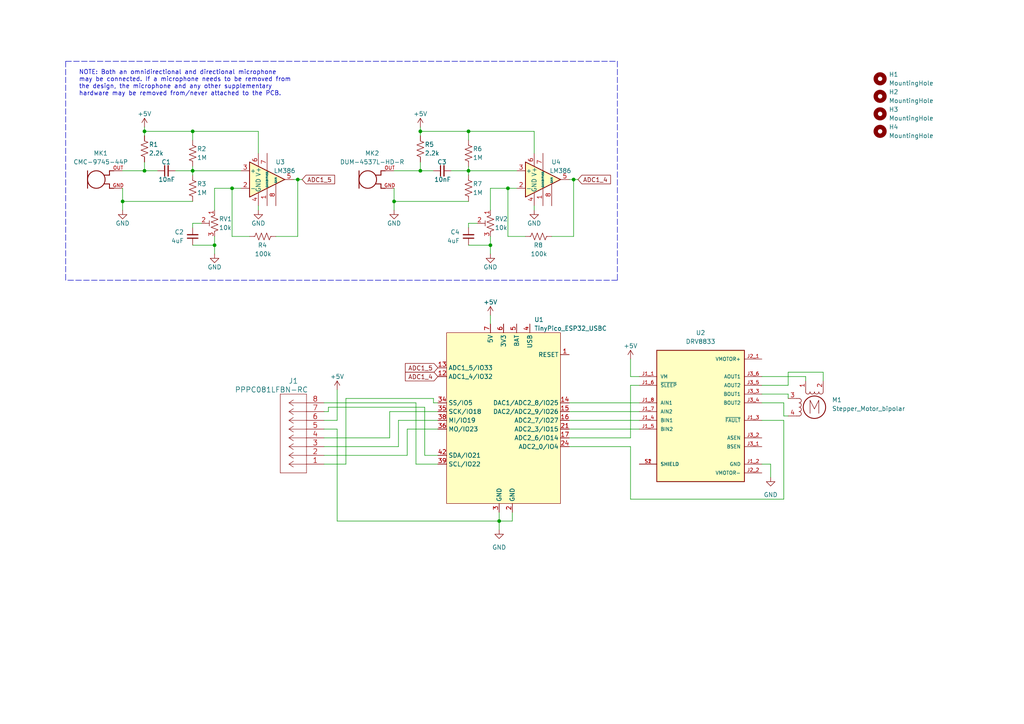
<source format=kicad_sch>
(kicad_sch (version 20211123) (generator eeschema)
  (paper "A4")
  (title_block (title "Transcript Study Assistant Device Schematic") (date "2023-03-07") (rev "5") (company "Milwaukee School of Engineering") (comment 1 "Senior Design Group 24"))
  (lib_symbols
    (symbol "Amplifier_Audio:LM386" (pin_names (offset 0.127))
      (property "Reference" "U" (at 1.27 7.62 0))
      (property "Value" "LM386" (at 1.27 5.08 0))
      (symbol "LM386_0_1"
        (polyline (pts (xy 5.08 0) (xy -5.08 5.08) (xy -5.08 -5.08) (xy 5.08 0)) (stroke (width 0.254)) (fill (type background)))
      )
      (symbol "LM386_1_1"
        (pin input line (at 0 -7.62 90) (length 5.08) (name "GAIN") (number "1"))
        (pin input line (at -7.62 -2.54 0) (length 2.54) (name "-") (number "2"))
        (pin input line (at -7.62 2.54 0) (length 2.54) (name "+") (number "3"))
        (pin power_in line (at -2.54 -7.62 90) (length 3.81) (name "GND") (number "4"))
        (pin output line (at 7.62 0 180) (length 2.54) (name "~") (number "5"))
        (pin power_in line (at -2.54 7.62 270) (length 3.81) (name "V+") (number "6"))
        (pin input line (at 0 7.62 270) (length 5.08) (name "BYPASS") (number "7"))
        (pin input line (at 2.54 -7.62 90) (length 6.35) (name "GAIN") (number "8"))
      )
    )
    (symbol "Device:C_Small" (pin_numbers hide) (pin_names (offset 0.254) hide)
      (property "Reference" "C" (at 0.254 1.778 0))
      (property "Value" "C_Small" (at 0.254 -2.032 0))
      (symbol "C_Small_0_1"
        (polyline (pts (xy -1.524 -0.508) (xy 1.524 -0.508)) (stroke (width 0.3302)))
        (polyline (pts (xy -1.524 0.508) (xy 1.524 0.508)) (stroke (width 0.3048)))
      )
      (symbol "C_Small_1_1"
        (pin passive line (at 0 2.54 270) (length 2.032) (name "~") (number "1"))
        (pin passive line (at 0 -2.54 90) (length 2.032) (name "~") (number "2"))
      )
    )
    (symbol "Device:R_Potentiometer_Trim_US" (pin_names (offset 1.016) hide)
      (property "Reference" "RV" (at -4.445 0 90))
      (property "Value" "R_Potentiometer_Trim_US" (at -2.54 0 90))
      (symbol "R_Potentiometer_Trim_US_0_1"
        (polyline (pts (xy 0 -2.286) (xy 0 -2.54)))
        (polyline (pts (xy 0 2.286) (xy 0 2.54)))
        (polyline (pts (xy 1.524 0.762) (xy 1.524 -0.762)))
        (polyline (pts (xy 2.54 0) (xy 1.524 0)))
        (polyline (pts (xy 0 -0.762) (xy 1.016 -1.143) (xy 0 -1.524) (xy -1.016 -1.905) (xy 0 -2.286)))
        (polyline (pts (xy 0 0.762) (xy 1.016 0.381) (xy 0 0) (xy -1.016 -0.381) (xy 0 -0.762)))
        (polyline (pts (xy 0 2.286) (xy 1.016 1.905) (xy 0 1.524) (xy -1.016 1.143) (xy 0 0.762)))
      )
      (symbol "R_Potentiometer_Trim_US_1_1"
        (pin passive line (at 0 3.81 270) (length 1.27) (name "1") (number "1"))
        (pin passive line (at 3.81 0 180) (length 1.27) (name "2") (number "2"))
        (pin passive line (at 0 -3.81 90) (length 1.27) (name "3") (number "3"))
      )
    )
    (symbol "Device:R_US" (pin_numbers hide) (pin_names (offset 0))
      (property "Reference" "R" (at 2.54 0 90))
      (property "Value" "R_US" (at -2.54 0 90))
      (symbol "R_US_0_1"
        (polyline (pts (xy 0 -2.286) (xy 0 -2.54)))
        (polyline (pts (xy 0 2.286) (xy 0 2.54)))
        (polyline (pts (xy 0 -0.762) (xy 1.016 -1.143) (xy 0 -1.524) (xy -1.016 -1.905) (xy 0 -2.286)))
        (polyline (pts (xy 0 0.762) (xy 1.016 0.381) (xy 0 0) (xy -1.016 -0.381) (xy 0 -0.762)))
        (polyline (pts (xy 0 2.286) (xy 1.016 1.905) (xy 0 1.524) (xy -1.016 1.143) (xy 0 0.762)))
      )
      (symbol "R_US_1_1"
        (pin passive line (at 0 3.81 270) (length 1.27) (name "~") (number "1"))
        (pin passive line (at 0 -3.81 90) (length 1.27) (name "~") (number "2"))
      )
    )
    (symbol "Mechanical:MountingHole" (pin_names (offset 1.016))
      (property "Reference" "H" (at 0 5.08 0))
      (property "Value" "MountingHole" (at 0 3.175 0))
      (symbol "MountingHole_0_1"
        (circle (center 0 0) (radius 1.27) (stroke (width 1.27)))
      )
    )
    (symbol "Motor:Stepper_Motor_bipolar" (pin_names (offset 0) hide)
      (property "Reference" "M" (at 3.81 2.54 0))
      (property "Value" "Stepper_Motor_bipolar" (at 3.81 1.27 0))
      (symbol "Stepper_Motor_bipolar_0_0"
        (polyline (pts (xy -1.27 -1.778) (xy -1.27 2.032) (xy 0 -0.508) (xy 1.27 2.032) (xy 1.27 -1.778)))
      )
      (symbol "Stepper_Motor_bipolar_0_1"
        (arc (start -4.445 -2.54) (mid -3.81 -1.905) (end -4.445 -1.27))
        (arc (start -4.445 -1.27) (mid -3.81 -0.635) (end -4.445 0))
        (arc (start -4.445 0) (mid -3.81 0.635) (end -4.445 1.27))
        (arc (start -4.445 1.27) (mid -3.81 1.905) (end -4.445 2.54))
        (arc (start -2.54 4.445) (mid -1.905 3.81) (end -1.27 4.445))
        (arc (start -1.27 4.445) (mid -0.635 3.81) (end 0 4.445))
        (polyline (pts (xy -5.08 -2.54) (xy -4.445 -2.54)))
        (polyline (pts (xy -5.08 2.54) (xy -4.445 2.54)))
        (polyline (pts (xy -2.54 5.08) (xy -2.54 4.445)))
        (polyline (pts (xy 2.54 5.08) (xy 2.54 4.445)))
        (circle (center 0 0) (radius 3.2512) (stroke (width 0.254)))
        (arc (start 0 4.445) (mid 0.635 3.81) (end 1.27 4.445))
        (arc (start 1.27 4.445) (mid 1.905 3.81) (end 2.54 4.445))
      )
      (symbol "Stepper_Motor_bipolar_1_1"
        (pin passive line (at -2.54 7.62 270) (length 2.54) (name "~") (number "1"))
        (pin passive line (at 2.54 7.62 270) (length 2.54) (name "-") (number "2"))
        (pin passive line (at -7.62 2.54 0) (length 2.54) (name "~") (number "3"))
        (pin passive line (at -7.62 -2.54 0) (length 2.54) (name "~") (number "4"))
      )
    )
    (symbol "SeniorDesign:CMC-9745-44P" (pin_names (offset 1.016) hide)
      (property "Reference" "MK" (at -2.54 3.81 0))
      (property "Value" "CMC-9745-44P" (at -2.54 -6.35 0))
      (symbol "CMC-9745-44P_0_0"
        (polyline (pts (xy -2.54 2.54) (xy -2.54 -2.54)) (stroke (width 0.254)))
        (polyline (pts (xy 3.81 -2.54) (xy 3.81 -1.27)) (stroke (width 0.254)))
        (polyline (pts (xy 3.81 -1.27) (xy 2.2352 -1.27)) (stroke (width 0.254)))
        (polyline (pts (xy 3.81 1.27) (xy 2.2352 1.27)) (stroke (width 0.254)))
        (polyline (pts (xy 3.81 2.54) (xy 3.81 1.27)) (stroke (width 0.254)))
        (polyline (pts (xy 5.08 -2.54) (xy 3.81 -2.54)) (stroke (width 0.254)))
        (polyline (pts (xy 5.08 2.54) (xy 3.81 2.54)) (stroke (width 0.254)))
        (circle (center 0 0) (radius 2.54) (stroke (width 0.254)))
        (pin power_in line (at 7.62 -2.54 180) (length 2.54) (name "~") (number "GND"))
        (pin output line (at 7.62 2.54 180) (length 2.54) (name "~") (number "OUT"))
      )
    )
    (symbol "SeniorDesign:DRV8833" (pin_names (offset 1.016))
      (property "Reference" "U" (at -12.7 19.05 0))
      (property "Value" "DRV8833" (at -12.7 -21.59 0))
      (symbol "DRV8833_0_0"
        (rectangle (start -12.7 -20.32) (end 12.7 17.78) (stroke (width 0.254)) (fill (type background)))
        (pin input line (at -17.78 10.16 0) (length 5.08) (name "VM") (number "J1_1"))
        (pin power_in line (at 17.78 -15.24 180) (length 5.08) (name "GND") (number "J1_2"))
        (pin output line (at 17.78 -2.54 180) (length 5.08) (name "~{FAULT}") (number "J1_3"))
        (pin input line (at -17.78 -2.54 0) (length 5.08) (name "BIN1") (number "J1_4"))
        (pin input line (at -17.78 -5.08 0) (length 5.08) (name "BIN2") (number "J1_5"))
        (pin input line (at -17.78 7.62 0) (length 5.08) (name "~{SLEEP}") (number "J1_6"))
        (pin input line (at -17.78 0 0) (length 5.08) (name "AIN2") (number "J1_7"))
        (pin input line (at -17.78 2.54 0) (length 5.08) (name "AIN1") (number "J1_8"))
        (pin power_in line (at 17.78 15.24 180) (length 5.08) (name "VMOTOR+") (number "J2_1"))
        (pin power_in line (at 17.78 -17.78 180) (length 5.08) (name "VMOTOR-") (number "J2_2"))
        (pin passive line (at 17.78 -10.16 180) (length 5.08) (name "BSEN") (number "J3_1"))
        (pin passive line (at 17.78 -7.62 180) (length 5.08) (name "ASEN") (number "J3_2"))
        (pin output line (at 17.78 5.08 180) (length 5.08) (name "BOUT1") (number "J3_3"))
        (pin output line (at 17.78 2.54 180) (length 5.08) (name "BOUT2") (number "J3_4"))
        (pin output line (at 17.78 7.62 180) (length 5.08) (name "AOUT2") (number "J3_5"))
        (pin output line (at 17.78 10.16 180) (length 5.08) (name "AOUT1") (number "J3_6"))
        (pin passive line (at -17.78 -15.24 0) (length 5.08) (name "SHIELD") (number "S1"))
        (pin passive line (at -17.78 -15.24 0) (length 5.08) (name "SHIELD") (number "S2"))
      )
    )
    (symbol "SeniorDesign:DUM-4537L-HD-R" (pin_names (offset 1.016) hide)
      (property "Reference" "MK" (at -2.54 3.81 0))
      (property "Value" "DUM-4537L-HD-R" (at -2.54 -6.35 0))
      (symbol "DUM-4537L-HD-R_0_0"
        (polyline (pts (xy -2.54 2.54) (xy -2.54 -2.54)) (stroke (width 0.254)))
        (polyline (pts (xy 3.81 -2.54) (xy 3.81 -1.27)) (stroke (width 0.254)))
        (polyline (pts (xy 3.81 -1.27) (xy 2.2352 -1.27)) (stroke (width 0.254)))
        (polyline (pts (xy 3.81 1.27) (xy 2.2352 1.27)) (stroke (width 0.254)))
        (polyline (pts (xy 3.81 2.54) (xy 3.81 1.27)) (stroke (width 0.254)))
        (polyline (pts (xy 5.08 -2.54) (xy 3.81 -2.54)) (stroke (width 0.254)))
        (polyline (pts (xy 5.08 2.54) (xy 3.81 2.54)) (stroke (width 0.254)))
        (circle (center 0 0) (radius 2.54) (stroke (width 0.254)))
        (pin power_in line (at 7.62 -2.54 180) (length 2.54) (name "~") (number "GND"))
        (pin output line (at 7.62 2.54 180) (length 2.54) (name "~") (number "OUT"))
      )
    )
    (symbol "SeniorDesign:PPPC081LFBN-RC" (pin_names (offset 0.254) hide)
      (property "Reference" "J" (at 8.89 6.35 0))
      (property "Value" "PPPC081LFBN-RC" (at 10.16 -10.16 0))
      (symbol "PPPC081LFBN-RC_1_1"
        (polyline (pts (xy 5.08 -20.32) (xy 12.7 -20.32)) (stroke (width 0.127)))
        (polyline (pts (xy 5.08 2.54) (xy 5.08 -20.32)) (stroke (width 0.127)))
        (polyline (pts (xy 10.16 -17.78) (xy 5.08 -17.78)) (stroke (width 0.127)))
        (polyline (pts (xy 10.16 -17.78) (xy 8.89 -18.6182)) (stroke (width 0.127)))
        (polyline (pts (xy 10.16 -17.78) (xy 8.89 -16.9418)) (stroke (width 0.127)))
        (polyline (pts (xy 10.16 -15.24) (xy 5.08 -15.24)) (stroke (width 0.127)))
        (polyline (pts (xy 10.16 -15.24) (xy 8.89 -16.0782)) (stroke (width 0.127)))
        (polyline (pts (xy 10.16 -15.24) (xy 8.89 -14.4018)) (stroke (width 0.127)))
        (polyline (pts (xy 10.16 -12.7) (xy 5.08 -12.7)) (stroke (width 0.127)))
        (polyline (pts (xy 10.16 -12.7) (xy 8.89 -13.5382)) (stroke (width 0.127)))
        (polyline (pts (xy 10.16 -12.7) (xy 8.89 -11.8618)) (stroke (width 0.127)))
        (polyline (pts (xy 10.16 -10.16) (xy 5.08 -10.16)) (stroke (width 0.127)))
        (polyline (pts (xy 10.16 -10.16) (xy 8.89 -10.9982)) (stroke (width 0.127)))
        (polyline (pts (xy 10.16 -10.16) (xy 8.89 -9.3218)) (stroke (width 0.127)))
        (polyline (pts (xy 10.16 -7.62) (xy 5.08 -7.62)) (stroke (width 0.127)))
        (polyline (pts (xy 10.16 -7.62) (xy 8.89 -8.4582)) (stroke (width 0.127)))
        (polyline (pts (xy 10.16 -7.62) (xy 8.89 -6.7818)) (stroke (width 0.127)))
        (polyline (pts (xy 10.16 -5.08) (xy 5.08 -5.08)) (stroke (width 0.127)))
        (polyline (pts (xy 10.16 -5.08) (xy 8.89 -5.9182)) (stroke (width 0.127)))
        (polyline (pts (xy 10.16 -5.08) (xy 8.89 -4.2418)) (stroke (width 0.127)))
        (polyline (pts (xy 10.16 -2.54) (xy 5.08 -2.54)) (stroke (width 0.127)))
        (polyline (pts (xy 10.16 -2.54) (xy 8.89 -3.3782)) (stroke (width 0.127)))
        (polyline (pts (xy 10.16 -2.54) (xy 8.89 -1.7018)) (stroke (width 0.127)))
        (polyline (pts (xy 10.16 0) (xy 5.08 0)) (stroke (width 0.127)))
        (polyline (pts (xy 10.16 0) (xy 8.89 -0.8382)) (stroke (width 0.127)))
        (polyline (pts (xy 10.16 0) (xy 8.89 0.8382)) (stroke (width 0.127)))
        (polyline (pts (xy 12.7 -20.32) (xy 12.7 2.54)) (stroke (width 0.127)))
        (polyline (pts (xy 12.7 2.54) (xy 5.08 2.54)) (stroke (width 0.127)))
        (pin unspecified line (at 0 0 0) (length 5.08) (name "1") (number "1"))
        (pin unspecified line (at 0 -2.54 0) (length 5.08) (name "2") (number "2"))
        (pin unspecified line (at 0 -5.08 0) (length 5.08) (name "3") (number "3"))
        (pin unspecified line (at 0 -7.62 0) (length 5.08) (name "4") (number "4"))
        (pin unspecified line (at 0 -10.16 0) (length 5.08) (name "5") (number "5"))
        (pin unspecified line (at 0 -12.7 0) (length 5.08) (name "6") (number "6"))
        (pin unspecified line (at 0 -15.24 0) (length 5.08) (name "7") (number "7"))
        (pin unspecified line (at 0 -17.78 0) (length 5.08) (name "8") (number "8"))
      )
    )
    (symbol "SeniorDesign:TinyPico_ESP32_USBC"
      (property "Reference" "U" (at -11.43 35.56 0))
      (property "Value" "TinyPico_ESP32_USBC" (at 17.78 -16.51 0))
      (symbol "TinyPico_ESP32_USBC_0_1"
        (rectangle (start -12.7 34.29) (end 20.32 -15.24) (fill (type background)))
      )
      (symbol "TinyPico_ESP32_USBC_1_0"
        (pin input line (at 22.86 27.94 180) (length 2.54) (name "RESET") (number "1"))
        (pin bidirectional line (at -15.24 21.59 0) (length 2.54) (name "ADC1_4/IO32") (number "12"))
        (pin bidirectional line (at 22.86 13.97 180) (length 2.54) (name "DAC1/ADC2_8/IO25") (number "14"))
        (pin bidirectional line (at 22.86 11.43 180) (length 2.54) (name "DAC2/ADC2_9/IO26") (number "15"))
        (pin bidirectional line (at 22.86 8.89 180) (length 2.54) (name "ADC2_7/IO27") (number "16"))
        (pin bidirectional line (at 22.86 3.81 180) (length 2.54) (name "ADC2_6/IO14") (number "17"))
        (pin bidirectional line (at 22.86 6.35 180) (length 2.54) (name "ADC2_3/IO15") (number "21"))
        (pin bidirectional line (at 22.86 1.27 180) (length 2.54) (name "ADC2_0/IO4") (number "24"))
      )
      (symbol "TinyPico_ESP32_USBC_1_1"
        (pin bidirectional line (at -15.24 24.13 0) (length 2.54) (name "ADC1_5/IO33") (number "13"))
        (pin power_in line (at 6.35 -17.78 90) (length 2.54) (name "GND") (number "2"))
        (pin power_in line (at 2.54 -17.78 90) (length 2.54) (name "GND") (number "3"))
        (pin bidirectional line (at -15.24 13.97 0) (length 2.54) (name "SS/IO5") (number "34"))
        (pin bidirectional line (at -15.24 11.43 0) (length 2.54) (name "SCK/IO18") (number "35"))
        (pin bidirectional line (at -15.24 6.35 0) (length 2.54) (name "MO/IO23") (number "36"))
        (pin bidirectional line (at -15.24 8.89 0) (length 2.54) (name "MI/IO19") (number "38"))
        (pin bidirectional line (at -15.24 -3.81 0) (length 2.54) (name "SCL/IO22") (number "39"))
        (pin power_in line (at 11.43 36.83 270) (length 2.54) (name "USB") (number "4"))
        (pin bidirectional line (at -15.24 -1.27 0) (length 2.54) (name "SDA/IO21") (number "42"))
        (pin power_in line (at 7.62 36.83 270) (length 2.54) (name "BAT") (number "5"))
        (pin power_out line (at 3.81 36.83 270) (length 2.54) (name "3V3") (number "6"))
        (pin power_out line (at 0 36.83 270) (length 2.54) (name "5V") (number "7"))
      )
    )
    (symbol "power:+5V" (power) (pin_names (offset 0))
      (property "Value" "+5V" (at 0 3.556 0))
      (symbol "+5V_0_1"
        (polyline (pts (xy -0.762 1.27) (xy 0 2.54)))
        (polyline (pts (xy 0 0) (xy 0 2.54)))
        (polyline (pts (xy 0 2.54) (xy 0.762 1.27)))
      )
      (symbol "+5V_1_1"
        (pin power_in line (at 0 0 90) (length 0) hide (name "+5V") (number "1"))
      )
    )
    (symbol "power:GND" (power) (pin_names (offset 0))
      (property "Value" "GND" (at 0 -3.81 0))
      (symbol "GND_0_1"
        (polyline (pts (xy 0 0) (xy 0 -1.27) (xy 1.27 -1.27) (xy 0 -2.54) (xy -1.27 -1.27) (xy 0 -1.27)))
      )
      (symbol "GND_1_1"
        (pin power_in line (at 0 0 270) (length 0) hide (name "GND") (number "1"))
      )
    )
  )
  (junction (at 142.24 71.12))
  (junction (at 147.32 54.61))
  (junction (at 86.36 52.07))
  (junction (at 35.56 58.42))
  (junction (at 55.88 38.1))
  (junction (at 114.3 58.42))
  (junction (at 135.89 38.1))
  (junction (at 55.88 49.53))
  (junction (at 144.78 151.13))
  (junction (at 41.91 38.1))
  (junction (at 121.92 49.53))
  (junction (at 67.31 54.61))
  (junction (at 62.23 71.12))
  (junction (at 166.37 52.07))
  (junction (at 41.91 49.53))
  (junction (at 135.89 49.53))
  (junction (at 121.92 38.1))
  (wire (pts (xy 93.98 129.54) (xy 115.57 129.54)))
  (wire (pts (xy 135.89 66.04) (xy 135.89 64.77)))
  (wire (pts (xy 80.01 68.58) (xy 86.36 68.58)))
  (wire (pts (xy 227.33 121.92) (xy 227.33 144.78)))
  (wire (pts (xy 220.98 114.3) (xy 228.6 114.3)))
  (wire (pts (xy 95.25 119.38) (xy 95.25 118.11)))
  (wire (pts (xy 123.19 132.08) (xy 127 132.08)))
  (wire (pts (xy 182.88 111.76) (xy 185.42 111.76)))
  (wire (pts (xy 41.91 46.99) (xy 41.91 49.53)))
  (wire (pts (xy 121.92 49.53) (xy 125.73 49.53)))
  (wire (pts (xy 147.32 68.58) (xy 147.32 54.61)))
  (polyline (pts (xy 179.07 81.28) (xy 19.05 81.28)))
  (wire (pts (xy 86.36 68.58) (xy 86.36 52.07)))
  (wire (pts (xy 118.11 132.08) (xy 118.11 124.46)))
  (wire (pts (xy 114.3 54.61) (xy 114.3 58.42)))
  (wire (pts (xy 147.32 54.61) (xy 149.86 54.61)))
  (wire (pts (xy 148.59 148.59) (xy 148.59 151.13)))
  (wire (pts (xy 35.56 58.42) (xy 55.88 58.42)))
  (wire (pts (xy 113.03 127) (xy 113.03 119.38)))
  (wire (pts (xy 93.98 132.08) (xy 118.11 132.08)))
  (wire (pts (xy 62.23 68.58) (xy 62.23 71.12)))
  (wire (pts (xy 86.36 52.07) (xy 87.63 52.07)))
  (wire (pts (xy 220.98 121.92) (xy 227.33 121.92)))
  (wire (pts (xy 220.98 134.62) (xy 223.52 134.62)))
  (wire (pts (xy 135.89 49.53) (xy 135.89 50.8)))
  (wire (pts (xy 97.79 121.92) (xy 97.79 113.03)))
  (wire (pts (xy 93.98 119.38) (xy 95.25 119.38)))
  (wire (pts (xy 182.88 109.22) (xy 185.42 109.22)))
  (wire (pts (xy 72.39 68.58) (xy 67.31 68.58)))
  (wire (pts (xy 55.88 48.26) (xy 55.88 49.53)))
  (wire (pts (xy 113.03 119.38) (xy 127 119.38)))
  (wire (pts (xy 182.88 129.54) (xy 165.1 129.54)))
  (wire (pts (xy 125.73 115.57) (xy 125.73 116.84)))
  (wire (pts (xy 62.23 54.61) (xy 62.23 60.96)))
  (wire (pts (xy 135.89 38.1) (xy 121.92 38.1)))
  (wire (pts (xy 182.88 104.14) (xy 182.88 109.22)))
  (wire (pts (xy 125.73 116.84) (xy 127 116.84)))
  (wire (pts (xy 144.78 148.59) (xy 144.78 151.13)))
  (wire (pts (xy 118.11 124.46) (xy 127 124.46)))
  (wire (pts (xy 41.91 38.1) (xy 41.91 39.37)))
  (wire (pts (xy 114.3 58.42) (xy 114.3 60.96)))
  (wire (pts (xy 154.94 59.69) (xy 154.94 60.96)))
  (wire (pts (xy 100.33 134.62) (xy 100.33 115.57)))
  (wire (pts (xy 74.93 59.69) (xy 74.93 60.96)))
  (wire (pts (xy 165.1 52.07) (xy 166.37 52.07)))
  (wire (pts (xy 227.33 120.65) (xy 228.6 120.65)))
  (wire (pts (xy 62.23 71.12) (xy 62.23 73.66)))
  (wire (pts (xy 223.52 134.62) (xy 223.52 138.43)))
  (wire (pts (xy 135.89 38.1) (xy 135.89 40.64)))
  (wire (pts (xy 114.3 58.42) (xy 135.89 58.42)))
  (wire (pts (xy 85.09 52.07) (xy 86.36 52.07)))
  (wire (pts (xy 55.88 38.1) (xy 41.91 38.1)))
  (wire (pts (xy 135.89 71.12) (xy 142.24 71.12)))
  (wire (pts (xy 165.1 119.38) (xy 185.42 119.38)))
  (wire (pts (xy 165.1 127) (xy 182.88 127)))
  (wire (pts (xy 100.33 115.57) (xy 125.73 115.57)))
  (wire (pts (xy 50.8 49.53) (xy 55.88 49.53)))
  (wire (pts (xy 41.91 49.53) (xy 45.72 49.53)))
  (wire (pts (xy 41.91 36.83) (xy 41.91 38.1)))
  (wire (pts (xy 135.89 64.77) (xy 138.43 64.77)))
  (wire (pts (xy 130.81 49.53) (xy 135.89 49.53)))
  (wire (pts (xy 165.1 116.84) (xy 185.42 116.84)))
  (wire (pts (xy 144.78 151.13) (xy 144.78 153.67)))
  (wire (pts (xy 182.88 127) (xy 182.88 111.76)))
  (wire (pts (xy 55.88 38.1) (xy 55.88 40.64)))
  (wire (pts (xy 152.4 68.58) (xy 147.32 68.58)))
  (wire (pts (xy 135.89 49.53) (xy 149.86 49.53)))
  (polyline (pts (xy 179.07 17.78) (xy 179.07 81.28)))
  (wire (pts (xy 115.57 129.54) (xy 115.57 121.92)))
  (wire (pts (xy 93.98 134.62) (xy 100.33 134.62)))
  (wire (pts (xy 67.31 54.61) (xy 69.85 54.61)))
  (wire (pts (xy 121.92 38.1) (xy 121.92 39.37)))
  (wire (pts (xy 166.37 52.07) (xy 167.64 52.07)))
  (wire (pts (xy 121.92 46.99) (xy 121.92 49.53)))
  (wire (pts (xy 93.98 121.92) (xy 97.79 121.92)))
  (wire (pts (xy 93.98 124.46) (xy 97.79 124.46)))
  (wire (pts (xy 142.24 68.58) (xy 142.24 71.12)))
  (polyline (pts (xy 19.05 17.78) (xy 179.07 17.78)))
  (wire (pts (xy 74.93 38.1) (xy 55.88 38.1)))
  (wire (pts (xy 121.92 36.83) (xy 121.92 38.1)))
  (wire (pts (xy 220.98 109.22) (xy 233.68 109.22)))
  (wire (pts (xy 147.32 54.61) (xy 142.24 54.61)))
  (wire (pts (xy 120.65 134.62) (xy 127 134.62)))
  (wire (pts (xy 115.57 121.92) (xy 127 121.92)))
  (wire (pts (xy 135.89 48.26) (xy 135.89 49.53)))
  (wire (pts (xy 120.65 116.84) (xy 120.65 134.62)))
  (wire (pts (xy 67.31 68.58) (xy 67.31 54.61)))
  (wire (pts (xy 154.94 44.45) (xy 154.94 38.1)))
  (wire (pts (xy 97.79 124.46) (xy 97.79 151.13)))
  (wire (pts (xy 227.33 144.78) (xy 182.88 144.78)))
  (wire (pts (xy 74.93 44.45) (xy 74.93 38.1)))
  (wire (pts (xy 123.19 118.11) (xy 123.19 132.08)))
  (wire (pts (xy 93.98 116.84) (xy 120.65 116.84)))
  (wire (pts (xy 165.1 124.46) (xy 185.42 124.46)))
  (wire (pts (xy 93.98 127) (xy 113.03 127)))
  (wire (pts (xy 142.24 54.61) (xy 142.24 60.96)))
  (wire (pts (xy 142.24 91.44) (xy 142.24 93.98)))
  (wire (pts (xy 67.31 54.61) (xy 62.23 54.61)))
  (wire (pts (xy 160.02 68.58) (xy 166.37 68.58)))
  (wire (pts (xy 228.6 111.76) (xy 228.6 107.95)))
  (wire (pts (xy 35.56 58.42) (xy 35.56 60.96)))
  (wire (pts (xy 148.59 151.13) (xy 144.78 151.13)))
  (wire (pts (xy 220.98 111.76) (xy 228.6 111.76)))
  (wire (pts (xy 154.94 38.1) (xy 135.89 38.1)))
  (wire (pts (xy 55.88 64.77) (xy 58.42 64.77)))
  (wire (pts (xy 220.98 116.84) (xy 227.33 116.84)))
  (wire (pts (xy 182.88 144.78) (xy 182.88 129.54)))
  (wire (pts (xy 166.37 68.58) (xy 166.37 52.07)))
  (polyline (pts (xy 19.05 17.78) (xy 19.05 81.28)))
  (wire (pts (xy 238.76 107.95) (xy 238.76 110.49)))
  (wire (pts (xy 142.24 71.12) (xy 142.24 73.66)))
  (wire (pts (xy 97.79 151.13) (xy 144.78 151.13)))
  (wire (pts (xy 95.25 118.11) (xy 123.19 118.11)))
  (wire (pts (xy 228.6 114.3) (xy 228.6 115.57)))
  (wire (pts (xy 55.88 49.53) (xy 55.88 50.8)))
  (wire (pts (xy 35.56 54.61) (xy 35.56 58.42)))
  (wire (pts (xy 55.88 49.53) (xy 69.85 49.53)))
  (wire (pts (xy 228.6 107.95) (xy 238.76 107.95)))
  (wire (pts (xy 114.3 49.53) (xy 121.92 49.53)))
  (wire (pts (xy 55.88 66.04) (xy 55.88 64.77)))
  (wire (pts (xy 233.68 109.22) (xy 233.68 110.49)))
  (wire (pts (xy 227.33 116.84) (xy 227.33 120.65)))
  (wire (pts (xy 55.88 71.12) (xy 62.23 71.12)))
  (wire (pts (xy 35.56 49.53) (xy 41.91 49.53)))
  (wire (pts (xy 165.1 121.92) (xy 185.42 121.92)))
  (text "NOTE: Both an omnidirectional and directional microphone\nmay be connected. If a microphone needs to be removed from\nthe design, the microphone and any other supplementary\nhardware may be removed from/never attached to the PCB." (at 22.86 27.94 0) (effects (font (size 1.27 1.27)) (justify left bottom)))
  (global_label "ADC1_4" (shape input) (at 167.64 52.07 0) (property "Intersheet References" "${INTERSHEET_REFS}" (effects hide)))
  (global_label "ADC1_5" (shape input) (at 127 106.68 180) (property "Intersheet References" "${INTERSHEET_REFS}" (effects hide)))
  (global_label "ADC1_4" (shape input) (at 127 109.22 180) (property "Intersheet References" "${INTERSHEET_REFS}" (effects hide)))
  (global_label "ADC1_5" (shape input) (at 87.63 52.07 0) (property "Intersheet References" "${INTERSHEET_REFS}" (effects hide)))
  (symbol (lib_id "power:+5V") (at 142.24 91.44 0) (unit 1)
    (property "Reference" "#PWR0107" (effects hide))
    (property "Value" "+5V" (at 142.24 87.63 0))
  )
  (symbol (lib_id "Device:R_US") (at 55.88 54.61 0) (unit 1)
    (property "Reference" "R3" (at 57.15 53.34 0) (effects (justify left)))
    (property "Value" "1M" (at 57.15 55.88 0) (effects (justify left)))
    (property "Footprint" "Resistor_SMD:R_0805_2012Metric" (effects hide))
  )
  (symbol (lib_id "Device:R_US") (at 41.91 43.18 0) (unit 1)
    (property "Reference" "R1" (at 43.18 41.91 0) (effects (justify left)))
    (property "Value" "2.2k" (at 43.18 44.45 0) (effects (justify left)))
    (property "Footprint" "Resistor_SMD:R_0805_2012Metric" (effects hide))
  )
  (symbol (lib_id "SeniorDesign:PPPC081LFBN-RC") (at 93.98 134.62 180) (unit 1)
    (property "Reference" "J1" (at 85.09 110.49 0) (effects (font (size 1.524 1.524))))
    (property "Value" "PPPC081LFBN-RC" (at 78.74 113.03 0) (effects (font (size 1.524 1.524))))
    (property "Footprint" "SeniorDesign:PPPC081LFBN-RC" (effects hide))
  )
  (symbol (lib_id "Device:R_US") (at 135.89 44.45 0) (unit 1)
    (property "Reference" "R6" (at 137.16 43.18 0) (effects (justify left)))
    (property "Value" "1M" (at 137.16 45.72 0) (effects (justify left)))
    (property "Footprint" "Resistor_SMD:R_0805_2012Metric" (effects hide))
  )
  (symbol (lib_id "Device:R_US") (at 76.2 68.58 90) (unit 1)
    (property "Reference" "R4" (at 77.47 71.12 90) (effects (justify left)))
    (property "Value" "100k" (at 78.74 73.66 90) (effects (justify left)))
    (property "Footprint" "Resistor_SMD:R_0805_2012Metric" (effects hide))
  )
  (symbol (lib_id "Device:C_Small") (at 135.89 68.58 180) (unit 1)
    (property "Reference" "C4" (at 133.35 67.31 0) (effects (justify left)))
    (property "Value" "4uF" (at 133.35 69.85 0) (effects (justify left)))
    (property "Footprint" "Capacitor_SMD:C_0805_2012Metric" (effects hide))
  )
  (symbol (lib_id "Mechanical:MountingHole") (at 255.27 22.86 0) (unit 1)
    (property "Reference" "H1" (at 257.81 21.59 0) (effects (justify left)))
    (property "Value" "MountingHole" (at 257.81 24.1299 0) (effects (justify left)))
    (property "Footprint" "MountingHole:MountingHole_3.2mm_M3" (effects hide))
  )
  (symbol (lib_id "Amplifier_Audio:LM386") (at 157.48 52.07 0) (unit 1)
    (property "Reference" "U4" (at 161.29 46.99 0))
    (property "Value" "LM386" (at 162.56 49.53 0))
    (property "Footprint" "SeniorDesign:LM386_M1_NOPB" (effects hide))
    (property "Datasheet" "http://www.ti.com/lit/ds/symlink/lm386.pdf" (effects hide))
  )
  (symbol (lib_id "power:+5V") (at 182.88 104.14 0) (unit 1)
    (property "Reference" "#PWR0105" (effects hide))
    (property "Value" "+5V" (at 182.88 100.33 0))
  )
  (symbol (lib_id "Mechanical:MountingHole") (at 255.27 33.02 0) (unit 1)
    (property "Reference" "H3" (at 257.81 31.75 0) (effects (justify left)))
    (property "Value" "MountingHole" (at 257.81 34.2899 0) (effects (justify left)))
    (property "Footprint" "MountingHole:MountingHole_3.2mm_M3" (effects hide))
  )
  (symbol (lib_id "SeniorDesign:DUM-4537L-HD-R") (at 106.68 52.07 0) (unit 1)
    (property "Reference" "MK2" (at 107.95 44.45 0))
    (property "Value" "DUM-4537L-HD-R" (at 107.95 46.99 0))
    (property "Footprint" "SeniorDesign:THT-DUM-4537L-HD-R" (effects hide))
    (property "MANUFACTURER" "PUI Audio INC" (effects hide))
    (property "STANDARD" "Manufacturer recommendations" (effects hide))
    (property "PARTREV" "1" (effects hide))
  )
  (symbol (lib_id "Device:C_Small") (at 128.27 49.53 90) (unit 1)
    (property "Reference" "C3" (at 129.54 46.99 90) (effects (justify left)))
    (property "Value" "10nF" (at 130.81 52.07 90) (effects (justify left)))
    (property "Footprint" "Capacitor_SMD:C_0805_2012Metric" (effects hide))
  )
  (symbol (lib_id "Motor:Stepper_Motor_bipolar") (at 236.22 118.11 0) (unit 1)
    (property "Reference" "M1" (at 241.3 115.989 0) (effects (justify left)))
    (property "Value" "Stepper_Motor_bipolar" (at 241.3 118.529 0) (effects (justify left)))
    (property "Footprint" "Connector_PinHeader_2.54mm:PinHeader_1x04_P2.54mm_Vertical" (effects hide))
    (property "Datasheet" "http://www.infineon.com/dgdl/Application-Note-TLE8110EE_driving_UniPolarStepperMotor_V1.1.pdf?fileId=db3a30431be39b97011be5d0aa0a00b0" (effects hide))
  )
  (symbol (lib_id "Device:R_US") (at 135.89 54.61 0) (unit 1)
    (property "Reference" "R7" (at 137.16 53.34 0) (effects (justify left)))
    (property "Value" "1M" (at 137.16 55.88 0) (effects (justify left)))
    (property "Footprint" "Resistor_SMD:R_0805_2012Metric" (effects hide))
  )
  (symbol (lib_id "power:GND") (at 62.23 73.66 0) (unit 1)
    (property "Reference" "#PWR0113" (effects hide))
    (property "Value" "GND" (at 62.23 77.47 0))
  )
  (symbol (lib_id "Device:C_Small") (at 55.88 68.58 180) (unit 1)
    (property "Reference" "C2" (at 53.34 67.31 0) (effects (justify left)))
    (property "Value" "4uF" (at 53.34 69.85 0) (effects (justify left)))
    (property "Footprint" "Capacitor_SMD:C_0805_2012Metric" (effects hide))
  )
  (symbol (lib_id "power:+5V") (at 121.92 36.83 0) (unit 1)
    (property "Reference" "#PWR0108" (effects hide))
    (property "Value" "+5V" (at 121.92 33.02 0))
  )
  (symbol (lib_id "Device:R_US") (at 121.92 43.18 0) (unit 1)
    (property "Reference" "R5" (at 123.19 41.91 0) (effects (justify left)))
    (property "Value" "2.2k" (at 123.19 44.45 0) (effects (justify left)))
    (property "Footprint" "Resistor_SMD:R_0805_2012Metric" (effects hide))
  )
  (symbol (lib_id "SeniorDesign:DRV8833") (at 203.2 119.38 0) (unit 1)
    (property "Reference" "U2" (at 203.2 96.52 0))
    (property "Value" "DRV8833" (at 203.2 99.06 0))
    (property "Footprint" "SeniorDesign:DRV8833" (effects hide))
    (property "MANUFACTURER" "Adafruit" (effects hide))
    (property "PARTREV" "2020-11-20" (effects hide))
    (property "STANDARD" "Manufacturer Recommendations" (effects hide))
    (property "MAXIMUM_PACKAGE_HEIGHT" "NA" (effects hide))
  )
  (symbol (lib_id "SeniorDesign:TinyPico_ESP32_USBC") (at 142.24 130.81 0) (unit 1)
    (property "Reference" "U1" (at 154.94 92.71 0) (effects (justify left)))
    (property "Value" "TinyPico_ESP32_USBC" (at 154.94 95.25 0) (effects (justify left)))
    (property "Footprint" "SeniorDesign:TinyPICO-ESP32-DevBoard" (effects hide))
  )
  (symbol (lib_id "power:GND") (at 154.94 60.96 0) (unit 1)
    (property "Reference" "#PWR0111" (effects hide))
    (property "Value" "GND" (at 154.94 64.77 0))
  )
  (symbol (lib_id "Mechanical:MountingHole") (at 255.27 27.94 0) (unit 1)
    (property "Reference" "H2" (at 257.81 26.67 0) (effects (justify left)))
    (property "Value" "MountingHole" (at 257.81 29.2099 0) (effects (justify left)))
    (property "Footprint" "MountingHole:MountingHole_3.2mm_M3" (effects hide))
  )
  (symbol (lib_id "Amplifier_Audio:LM386") (at 77.47 52.07 0) (unit 1)
    (property "Reference" "U3" (at 81.28 46.99 0))
    (property "Value" "LM386" (at 82.55 49.53 0))
    (property "Footprint" "SeniorDesign:LM386_M1_NOPB" (effects hide))
    (property "Datasheet" "http://www.ti.com/lit/ds/symlink/lm386.pdf" (effects hide))
  )
  (symbol (lib_id "power:GND") (at 114.3 60.96 0) (unit 1)
    (property "Reference" "#PWR0110" (effects hide))
    (property "Value" "GND" (at 114.3 64.77 0))
  )
  (symbol (lib_id "Device:R_Potentiometer_Trim_US") (at 62.23 64.77 0) (mirror y) (unit 1)
    (property "Reference" "RV1" (at 63.5 63.5 0) (effects (justify right)))
    (property "Value" "10k" (at 63.5 66.04 0) (effects (justify right)))
    (property "Footprint" "SeniorDesign:TRIM_COM-09806" (effects hide))
  )
  (symbol (lib_id "power:GND") (at 223.52 138.43 0) (unit 1)
    (property "Reference" "#PWR0101" (effects hide))
    (property "Value" "GND" (at 223.52 143.51 0))
  )
  (symbol (lib_id "power:+5V") (at 41.91 36.83 0) (unit 1)
    (property "Reference" "#PWR0109" (effects hide))
    (property "Value" "+5V" (at 41.91 33.02 0))
  )
  (symbol (lib_id "power:GND") (at 74.93 60.96 0) (unit 1)
    (property "Reference" "#PWR0114" (effects hide))
    (property "Value" "GND" (at 74.93 64.77 0))
  )
  (symbol (lib_id "Device:R_US") (at 156.21 68.58 90) (unit 1)
    (property "Reference" "R8" (at 157.48 71.12 90) (effects (justify left)))
    (property "Value" "100k" (at 158.75 73.66 90) (effects (justify left)))
    (property "Footprint" "Resistor_SMD:R_0805_2012Metric" (effects hide))
  )
  (symbol (lib_id "Device:R_Potentiometer_Trim_US") (at 142.24 64.77 0) (mirror y) (unit 1)
    (property "Reference" "RV2" (at 143.51 63.5 0) (effects (justify right)))
    (property "Value" "10k" (at 143.51 66.04 0) (effects (justify right)))
    (property "Footprint" "SeniorDesign:TRIM_COM-09806" (effects hide))
  )
  (symbol (lib_id "Device:C_Small") (at 48.26 49.53 90) (unit 1)
    (property "Reference" "C1" (at 49.53 46.99 90) (effects (justify left)))
    (property "Value" "10nF" (at 50.8 52.07 90) (effects (justify left)))
    (property "Footprint" "Capacitor_SMD:C_0805_2012Metric" (effects hide))
  )
  (symbol (lib_id "SeniorDesign:CMC-9745-44P") (at 27.94 52.07 0) (unit 1)
    (property "Reference" "MK1" (at 29.21 44.45 0))
    (property "Value" "CMC-9745-44P" (at 29.21 46.99 0))
    (property "Footprint" "SeniorDesign:THT-CUI-CMC-9745-44P" (effects hide))
    (property "MANUFACTURER" "CUI INC" (effects hide))
    (property "STANDARD" "Manufacturer recommendations" (effects hide))
    (property "PARTREV" "1" (effects hide))
  )
  (symbol (lib_id "power:GND") (at 142.24 73.66 0) (unit 1)
    (property "Reference" "#PWR0112" (effects hide))
    (property "Value" "GND" (at 142.24 77.47 0))
  )
  (symbol (lib_id "Mechanical:MountingHole") (at 255.27 38.1 0) (unit 1)
    (property "Reference" "H4" (at 257.81 36.83 0) (effects (justify left)))
    (property "Value" "MountingHole" (at 257.81 39.3699 0) (effects (justify left)))
    (property "Footprint" "MountingHole:MountingHole_3.2mm_M3" (effects hide))
  )
  (symbol (lib_id "power:GND") (at 144.78 153.67 0) (unit 1)
    (property "Reference" "#PWR0102" (effects hide))
    (property "Value" "GND" (at 144.78 158.75 0))
  )
  (symbol (lib_id "power:+5V") (at 97.79 113.03 0) (unit 1)
    (property "Reference" "#PWR0104" (effects hide))
    (property "Value" "+5V" (at 97.79 109.22 0))
  )
  (symbol (lib_id "power:GND") (at 35.56 60.96 0) (unit 1)
    (property "Reference" "#PWR0103" (effects hide))
    (property "Value" "GND" (at 35.56 64.77 0))
  )
  (symbol (lib_id "Device:R_US") (at 55.88 44.45 0) (unit 1)
    (property "Reference" "R2" (at 57.15 43.18 0) (effects (justify left)))
    (property "Value" "1M" (at 57.15 45.72 0) (effects (justify left)))
    (property "Footprint" "Resistor_SMD:R_0805_2012Metric" (effects hide))
  )
)
</source>
